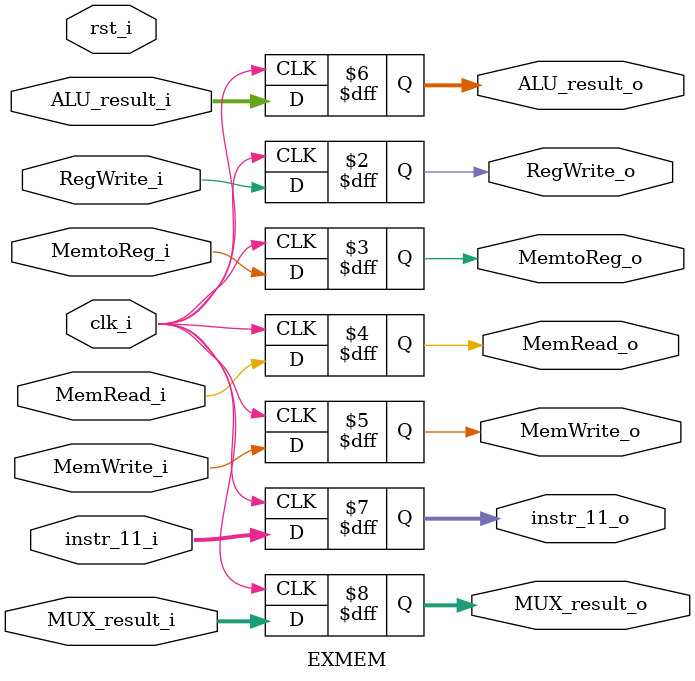
<source format=v>
module EXMEM(clk_i,
             rst_i,
             RegWrite_i,
             MemtoReg_i,
             MemRead_i,
             MemWrite_i,
             ALU_result_i,
             MUX_result_i,
             instr_11_i,
             RegWrite_o,
             MemtoReg_o,
             MemRead_o,
             MemWrite_o,
             ALU_result_o,
             MUX_result_o,
             instr_11_o);
    input               clk_i,rst_i,RegWrite_i,MemtoReg_i,MemRead_i,MemWrite_i;
    input  [31:0]       ALU_result_i,MUX_result_i;
    input  [4:0]        instr_11_i;
    
    output  reg         RegWrite_o,MemtoReg_o,MemRead_o,MemWrite_o;
    output  reg  [31:0] ALU_result_o;
    output  reg  [4:0]  instr_11_o;
    output  reg  [31:0] MUX_result_o;
    
    always @(posedge clk_i  ) begin
        
            RegWrite_o   <= RegWrite_i;
            MemtoReg_o   <= MemtoReg_i;
            MemRead_o    <= MemRead_i;
            MemWrite_o   <= MemWrite_i;
            ALU_result_o <= ALU_result_i;
            instr_11_o   <= instr_11_i;
            MUX_result_o <= MUX_result_i;
    
        
    end
endmodule

</source>
